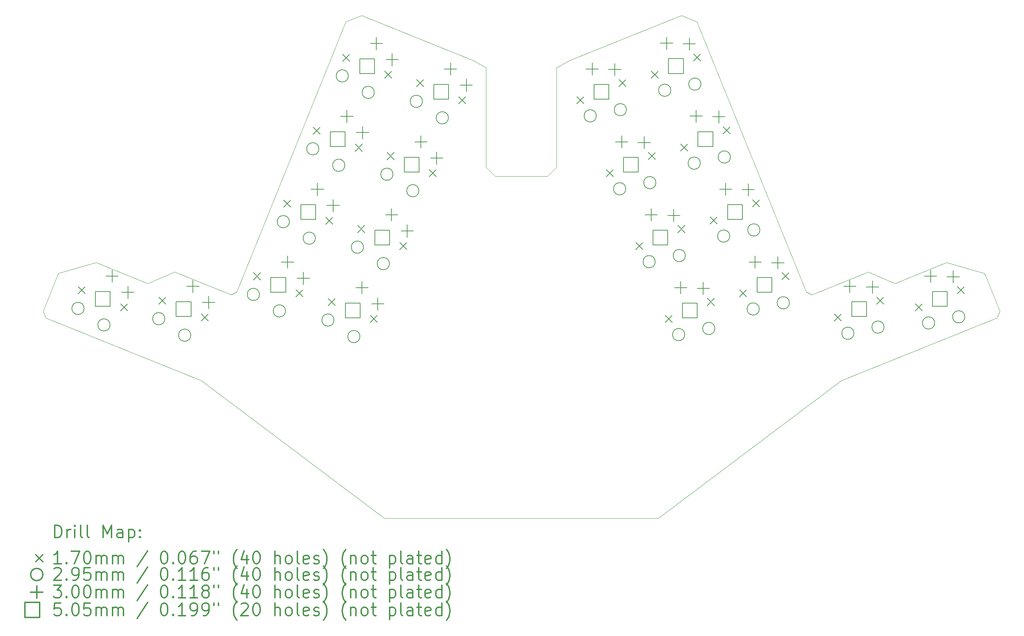
<source format=gbr>
%FSLAX45Y45*%
G04 Gerber Fmt 4.5, Leading zero omitted, Abs format (unit mm)*
G04 Created by KiCad (PCBNEW (5.1.4)-1) date 2023-10-04 20:41:29*
%MOMM*%
%LPD*%
G04 APERTURE LIST*
%ADD10C,0.050000*%
%ADD11C,0.200000*%
%ADD12C,0.300000*%
G04 APERTURE END LIST*
D10*
X-33140673Y-22095000D02*
X-33140673Y-24495000D01*
X-42556485Y-26803312D02*
X-43469145Y-27060124D01*
X-23917510Y-27028996D02*
X-23266615Y-27305285D01*
X-41314059Y-27305285D02*
X-42556485Y-26803312D01*
X-23266615Y-27305285D02*
X-22024188Y-26803312D01*
X-21111529Y-27060124D02*
X-21081560Y-27134299D01*
X-20806977Y-28134251D02*
X-24562072Y-29651408D01*
X-39300203Y-27579668D02*
X-40663163Y-27028996D01*
X-24562072Y-29651408D02*
X-28986818Y-32981426D01*
X-20740668Y-27978036D02*
X-20806977Y-28134251D01*
X-43469145Y-27060124D02*
X-43499113Y-27134299D01*
X-36151528Y-20827517D02*
X-36529048Y-20987764D01*
X-28051626Y-20987764D02*
X-25414395Y-27515139D01*
X-22024188Y-26803312D02*
X-21111529Y-27060124D01*
X-31440000Y-22095000D02*
X-31440000Y-24495000D01*
X-28429145Y-20827517D02*
X-28051626Y-20987764D01*
X-43840005Y-27978036D02*
X-43773696Y-28134251D01*
X-35593855Y-32981426D02*
X-28986818Y-32981426D01*
X-40018601Y-29651408D02*
X-35593855Y-32981426D01*
X-43499113Y-27134299D02*
X-43840005Y-27978036D01*
X-36529048Y-20987764D02*
X-39166278Y-27515139D01*
X-21081560Y-27134299D02*
X-20740668Y-27978036D01*
X-25280470Y-27579668D02*
X-23917510Y-27028996D01*
X-39300203Y-27579668D02*
X-39166278Y-27515139D01*
X-25280470Y-27579668D02*
X-25414395Y-27515139D01*
X-40663163Y-27028996D02*
X-41314059Y-27305285D01*
X-43773696Y-28134251D02*
X-40018601Y-29651408D01*
X-36151528Y-20827517D02*
X-33460673Y-21915000D01*
X-28429145Y-20827517D02*
X-31120000Y-21915000D01*
X-31440000Y-22095000D02*
X-31120000Y-21915000D01*
X-33140673Y-22095000D02*
X-33460673Y-21915000D01*
X-33140673Y-24495000D02*
X-32921000Y-24715000D01*
X-31440000Y-24495000D02*
X-31660000Y-24715000D01*
X-32921000Y-24715000D02*
X-31660000Y-24715000D01*
D11*
X-42988921Y-27387804D02*
X-42818741Y-27557984D01*
X-42818741Y-27387804D02*
X-42988921Y-27557984D01*
X-41969018Y-27799871D02*
X-41798838Y-27970051D01*
X-41798838Y-27799871D02*
X-41969018Y-27970051D01*
X-27017910Y-27461123D02*
X-26847730Y-27631303D01*
X-26847730Y-27461123D02*
X-27017910Y-27631303D01*
X-25998008Y-27049056D02*
X-25827828Y-27219236D01*
X-25827828Y-27049056D02*
X-25998008Y-27219236D01*
X-35531254Y-24145395D02*
X-35361074Y-24315575D01*
X-35361074Y-24145395D02*
X-35531254Y-24315575D01*
X-34511352Y-24557463D02*
X-34341172Y-24727643D01*
X-34341172Y-24557463D02*
X-34511352Y-24727643D01*
X-36608413Y-21768833D02*
X-36438233Y-21939013D01*
X-36438233Y-21768833D02*
X-36608413Y-21939013D01*
X-35588510Y-22180900D02*
X-35418330Y-22351080D01*
X-35418330Y-22180900D02*
X-35588510Y-22351080D01*
X-37320165Y-23530482D02*
X-37149985Y-23700662D01*
X-37149985Y-23530482D02*
X-37320165Y-23700662D01*
X-36300263Y-23942549D02*
X-36130083Y-24112729D01*
X-36130083Y-23942549D02*
X-36300263Y-24112729D01*
X-29528773Y-26318508D02*
X-29358593Y-26488688D01*
X-29358593Y-26318508D02*
X-29528773Y-26488688D01*
X-28508871Y-25906441D02*
X-28338691Y-26076621D01*
X-28338691Y-25906441D02*
X-28508871Y-26076621D01*
X-38753869Y-27049660D02*
X-38583689Y-27219840D01*
X-38583689Y-27049660D02*
X-38753869Y-27219840D01*
X-37733967Y-27461727D02*
X-37563787Y-27631907D01*
X-37563787Y-27461727D02*
X-37733967Y-27631907D01*
X-38031918Y-25292131D02*
X-37861738Y-25462311D01*
X-37861738Y-25292131D02*
X-38031918Y-25462311D01*
X-37012015Y-25704198D02*
X-36841835Y-25874378D01*
X-36841835Y-25704198D02*
X-37012015Y-25874378D01*
X-29153168Y-22176176D02*
X-28982988Y-22346356D01*
X-28982988Y-22176176D02*
X-29153168Y-22346356D01*
X-28133266Y-21764108D02*
X-27963086Y-21934288D01*
X-27963086Y-21764108D02*
X-28133266Y-21934288D01*
X-30240525Y-24556859D02*
X-30070345Y-24727039D01*
X-30070345Y-24556859D02*
X-30240525Y-24727039D01*
X-29220623Y-24144792D02*
X-29050443Y-24314972D01*
X-29050443Y-24144792D02*
X-29220623Y-24314972D01*
X-24731812Y-28047428D02*
X-24561632Y-28217608D01*
X-24561632Y-28047428D02*
X-24731812Y-28217608D01*
X-23711909Y-27635361D02*
X-23541729Y-27805541D01*
X-23541729Y-27635361D02*
X-23711909Y-27805541D01*
X-36243007Y-25907045D02*
X-36072827Y-26077225D01*
X-36072827Y-25907045D02*
X-36243007Y-26077225D01*
X-35223105Y-26319112D02*
X-35052925Y-26489292D01*
X-35052925Y-26319112D02*
X-35223105Y-26489292D01*
X-28441415Y-23937825D02*
X-28271235Y-24108005D01*
X-28271235Y-23937825D02*
X-28441415Y-24108005D01*
X-27421513Y-23525758D02*
X-27251333Y-23695938D01*
X-27251333Y-23525758D02*
X-27421513Y-23695938D01*
X-30952278Y-22795210D02*
X-30782098Y-22965390D01*
X-30782098Y-22795210D02*
X-30952278Y-22965390D01*
X-29932376Y-22383142D02*
X-29762196Y-22553322D01*
X-29762196Y-22383142D02*
X-29932376Y-22553322D01*
X-22782859Y-27799268D02*
X-22612679Y-27969448D01*
X-22612679Y-27799268D02*
X-22782859Y-27969448D01*
X-21762957Y-27387200D02*
X-21592777Y-27557380D01*
X-21592777Y-27387200D02*
X-21762957Y-27557380D01*
X-36954759Y-27668694D02*
X-36784579Y-27838874D01*
X-36784579Y-27668694D02*
X-36954759Y-27838874D01*
X-35934857Y-28080761D02*
X-35764677Y-28250941D01*
X-35764677Y-28080761D02*
X-35934857Y-28250941D01*
X-41039968Y-27635965D02*
X-40869788Y-27806145D01*
X-40869788Y-27635965D02*
X-41039968Y-27806145D01*
X-40020066Y-28048032D02*
X-39849886Y-28218212D01*
X-39849886Y-28048032D02*
X-40020066Y-28218212D01*
X-27729663Y-25699474D02*
X-27559483Y-25869654D01*
X-27559483Y-25699474D02*
X-27729663Y-25869654D01*
X-26709761Y-25287407D02*
X-26539581Y-25457587D01*
X-26539581Y-25287407D02*
X-26709761Y-25457587D01*
X-28817020Y-28080158D02*
X-28646840Y-28250338D01*
X-28646840Y-28080158D02*
X-28817020Y-28250338D01*
X-27797118Y-27668090D02*
X-27626938Y-27838270D01*
X-27626938Y-27668090D02*
X-27797118Y-27838270D01*
X-34819502Y-22383746D02*
X-34649322Y-22553926D01*
X-34649322Y-22383746D02*
X-34819502Y-22553926D01*
X-33799600Y-22795813D02*
X-33629420Y-22965993D01*
X-33629420Y-22795813D02*
X-33799600Y-22965993D01*
X-26546319Y-27924206D02*
G75*
G03X-26546319Y-27924206I-147500J0D01*
G01*
X-25818902Y-27775913D02*
G75*
G03X-25818902Y-27775913I-147500J0D01*
G01*
X-35389317Y-24668415D02*
G75*
G03X-35389317Y-24668415I-147500J0D01*
G01*
X-34763044Y-25067047D02*
G75*
G03X-34763044Y-25067047I-147500J0D01*
G01*
X-36466475Y-22291852D02*
G75*
G03X-36466475Y-22291852I-147500J0D01*
G01*
X-35840203Y-22690485D02*
G75*
G03X-35840203Y-22690485I-147500J0D01*
G01*
X-37178227Y-24053501D02*
G75*
G03X-37178227Y-24053501I-147500J0D01*
G01*
X-36551955Y-24452134D02*
G75*
G03X-36551955Y-24452134I-147500J0D01*
G01*
X-29057181Y-26781591D02*
G75*
G03X-29057181Y-26781591I-147500J0D01*
G01*
X-28329765Y-26633298D02*
G75*
G03X-28329765Y-26633298I-147500J0D01*
G01*
X-38611932Y-27572679D02*
G75*
G03X-38611932Y-27572679I-147500J0D01*
G01*
X-37985659Y-27971312D02*
G75*
G03X-37985659Y-27971312I-147500J0D01*
G01*
X-37889980Y-25815151D02*
G75*
G03X-37889980Y-25815151I-147500J0D01*
G01*
X-37263708Y-26213783D02*
G75*
G03X-37263708Y-26213783I-147500J0D01*
G01*
X-28681576Y-22639258D02*
G75*
G03X-28681576Y-22639258I-147500J0D01*
G01*
X-27954160Y-22490965D02*
G75*
G03X-27954160Y-22490965I-147500J0D01*
G01*
X-29768934Y-25019941D02*
G75*
G03X-29768934Y-25019941I-147500J0D01*
G01*
X-29041518Y-24871648D02*
G75*
G03X-29041518Y-24871648I-147500J0D01*
G01*
X-24260220Y-28510511D02*
G75*
G03X-24260220Y-28510511I-147500J0D01*
G01*
X-23532804Y-28362218D02*
G75*
G03X-23532804Y-28362218I-147500J0D01*
G01*
X-36101069Y-26430064D02*
G75*
G03X-36101069Y-26430064I-147500J0D01*
G01*
X-35474797Y-26828697D02*
G75*
G03X-35474797Y-26828697I-147500J0D01*
G01*
X-27969824Y-24400907D02*
G75*
G03X-27969824Y-24400907I-147500J0D01*
G01*
X-27242408Y-24252614D02*
G75*
G03X-27242408Y-24252614I-147500J0D01*
G01*
X-30480686Y-23258292D02*
G75*
G03X-30480686Y-23258292I-147500J0D01*
G01*
X-29753270Y-23109999D02*
G75*
G03X-29753270Y-23109999I-147500J0D01*
G01*
X-22311268Y-28262350D02*
G75*
G03X-22311268Y-28262350I-147500J0D01*
G01*
X-21583851Y-28114057D02*
G75*
G03X-21583851Y-28114057I-147500J0D01*
G01*
X-36812822Y-28191713D02*
G75*
G03X-36812822Y-28191713I-147500J0D01*
G01*
X-36186549Y-28590346D02*
G75*
G03X-36186549Y-28590346I-147500J0D01*
G01*
X-40898030Y-28158984D02*
G75*
G03X-40898030Y-28158984I-147500J0D01*
G01*
X-40271758Y-28557617D02*
G75*
G03X-40271758Y-28557617I-147500J0D01*
G01*
X-27258071Y-26162556D02*
G75*
G03X-27258071Y-26162556I-147500J0D01*
G01*
X-26530655Y-26014263D02*
G75*
G03X-26530655Y-26014263I-147500J0D01*
G01*
X-28345429Y-28543240D02*
G75*
G03X-28345429Y-28543240I-147500J0D01*
G01*
X-27618012Y-28394947D02*
G75*
G03X-27618012Y-28394947I-147500J0D01*
G01*
X-34677564Y-22906765D02*
G75*
G03X-34677564Y-22906765I-147500J0D01*
G01*
X-34051292Y-23305398D02*
G75*
G03X-34051292Y-23305398I-147500J0D01*
G01*
X-42846983Y-27910823D02*
G75*
G03X-42846983Y-27910823I-147500J0D01*
G01*
X-42220710Y-28309456D02*
G75*
G03X-42220710Y-28309456I-147500J0D01*
G01*
X-37213986Y-24881580D02*
X-37213986Y-25181580D01*
X-37363986Y-25031580D02*
X-37063986Y-25031580D01*
X-36832807Y-25272864D02*
X-36832807Y-25572864D01*
X-36982807Y-25422864D02*
X-36682807Y-25422864D01*
X-28781018Y-21353558D02*
X-28781018Y-21653558D01*
X-28931018Y-21503558D02*
X-28631018Y-21503558D01*
X-28235012Y-21370235D02*
X-28235012Y-21670235D01*
X-28385012Y-21520235D02*
X-28085012Y-21520235D01*
X-29868375Y-23734241D02*
X-29868375Y-24034241D01*
X-30018375Y-23884241D02*
X-29718375Y-23884241D01*
X-29322370Y-23750918D02*
X-29322370Y-24050918D01*
X-29472370Y-23900918D02*
X-29172370Y-23900918D01*
X-24359661Y-27224810D02*
X-24359661Y-27524810D01*
X-24509661Y-27374810D02*
X-24209661Y-27374810D01*
X-23813656Y-27241487D02*
X-23813656Y-27541487D01*
X-23963656Y-27391487D02*
X-23663656Y-27391487D01*
X-35425075Y-25496494D02*
X-35425075Y-25796494D01*
X-35575075Y-25646494D02*
X-35275075Y-25646494D01*
X-35043896Y-25887778D02*
X-35043896Y-26187778D01*
X-35193896Y-26037778D02*
X-34893896Y-26037778D01*
X-28069265Y-23115207D02*
X-28069265Y-23415207D01*
X-28219265Y-23265207D02*
X-27919265Y-23265207D01*
X-27523260Y-23131884D02*
X-27523260Y-23431884D01*
X-27673260Y-23281884D02*
X-27373260Y-23281884D01*
X-30580128Y-21972592D02*
X-30580128Y-22272592D01*
X-30730128Y-22122592D02*
X-30430128Y-22122592D01*
X-30034122Y-21989269D02*
X-30034122Y-22289269D01*
X-30184122Y-22139269D02*
X-29884122Y-22139269D01*
X-22410709Y-26976650D02*
X-22410709Y-27276650D01*
X-22560709Y-27126650D02*
X-22260709Y-27126650D01*
X-21864704Y-26993327D02*
X-21864704Y-27293327D01*
X-22014704Y-27143327D02*
X-21714704Y-27143327D01*
X-36136827Y-27258143D02*
X-36136827Y-27558143D01*
X-36286827Y-27408143D02*
X-35986827Y-27408143D01*
X-35755649Y-27649427D02*
X-35755649Y-27949427D01*
X-35905649Y-27799427D02*
X-35605649Y-27799427D01*
X-40222036Y-27225414D02*
X-40222036Y-27525414D01*
X-40372036Y-27375414D02*
X-40072036Y-27375414D01*
X-39840857Y-27616698D02*
X-39840857Y-27916698D01*
X-39990857Y-27766698D02*
X-39690857Y-27766698D01*
X-27357513Y-24876856D02*
X-27357513Y-25176856D01*
X-27507513Y-25026856D02*
X-27207513Y-25026856D01*
X-26811507Y-24893533D02*
X-26811507Y-25193533D01*
X-26961507Y-25043533D02*
X-26661507Y-25043533D01*
X-28444870Y-27257540D02*
X-28444870Y-27557540D01*
X-28594870Y-27407540D02*
X-28294870Y-27407540D01*
X-27898865Y-27274217D02*
X-27898865Y-27574217D01*
X-28048865Y-27424217D02*
X-27748865Y-27424217D01*
X-34001570Y-21973195D02*
X-34001570Y-22273195D01*
X-34151570Y-22123195D02*
X-33851570Y-22123195D01*
X-33620391Y-22364479D02*
X-33620391Y-22664479D01*
X-33770391Y-22514479D02*
X-33470391Y-22514479D01*
X-42170989Y-26977253D02*
X-42170989Y-27277253D01*
X-42320989Y-27127253D02*
X-42020989Y-27127253D01*
X-41789810Y-27368537D02*
X-41789810Y-27668537D01*
X-41939810Y-27518537D02*
X-41639810Y-27518537D01*
X-26645760Y-26638505D02*
X-26645760Y-26938505D01*
X-26795760Y-26788505D02*
X-26495760Y-26788505D01*
X-26099755Y-26655183D02*
X-26099755Y-26955183D01*
X-26249755Y-26805183D02*
X-25949755Y-26805183D01*
X-34713322Y-23734845D02*
X-34713322Y-24034845D01*
X-34863322Y-23884845D02*
X-34563322Y-23884845D01*
X-34332144Y-24126128D02*
X-34332144Y-24426128D01*
X-34482144Y-24276128D02*
X-34182144Y-24276128D01*
X-35790481Y-21358282D02*
X-35790481Y-21658282D01*
X-35940481Y-21508282D02*
X-35640481Y-21508282D01*
X-35409302Y-21749566D02*
X-35409302Y-22049566D01*
X-35559302Y-21899566D02*
X-35259302Y-21899566D01*
X-36502233Y-23119931D02*
X-36502233Y-23419931D01*
X-36652233Y-23269931D02*
X-36352233Y-23269931D01*
X-36121055Y-23511215D02*
X-36121055Y-23811215D01*
X-36271055Y-23661215D02*
X-35971055Y-23661215D01*
X-29156623Y-25495890D02*
X-29156623Y-25795890D01*
X-29306623Y-25645890D02*
X-29006623Y-25645890D01*
X-28610617Y-25512567D02*
X-28610617Y-25812567D01*
X-28760617Y-25662567D02*
X-28460617Y-25662567D01*
X-37935937Y-26639109D02*
X-37935937Y-26939109D01*
X-38085937Y-26789109D02*
X-37785937Y-26789109D01*
X-37554759Y-27030393D02*
X-37554759Y-27330393D01*
X-37704759Y-27180393D02*
X-37404759Y-27180393D01*
X-30178690Y-22852812D02*
X-30178690Y-22495720D01*
X-30535783Y-22495720D01*
X-30535783Y-22852812D01*
X-30178690Y-22852812D01*
X-22009272Y-27856870D02*
X-22009272Y-27499778D01*
X-22366364Y-27499778D01*
X-22366364Y-27856870D01*
X-22009272Y-27856870D01*
X-36181172Y-28138364D02*
X-36181172Y-27781271D01*
X-36538264Y-27781271D01*
X-36538264Y-28138364D01*
X-36181172Y-28138364D01*
X-40266381Y-28105634D02*
X-40266381Y-27748542D01*
X-40623473Y-27748542D01*
X-40623473Y-28105634D01*
X-40266381Y-28105634D01*
X-26956075Y-25757077D02*
X-26956075Y-25399984D01*
X-27313168Y-25399984D01*
X-27313168Y-25757077D01*
X-26956075Y-25757077D01*
X-28043433Y-28137760D02*
X-28043433Y-27780668D01*
X-28400525Y-27780668D01*
X-28400525Y-28137760D01*
X-28043433Y-28137760D01*
X-34045914Y-22853416D02*
X-34045914Y-22496323D01*
X-34403007Y-22496323D01*
X-34403007Y-22853416D01*
X-34045914Y-22853416D01*
X-42215333Y-27857474D02*
X-42215333Y-27500381D01*
X-42572426Y-27500381D01*
X-42572426Y-27857474D01*
X-42215333Y-27857474D01*
X-26244323Y-27518726D02*
X-26244323Y-27161634D01*
X-26601415Y-27161634D01*
X-26601415Y-27518726D01*
X-26244323Y-27518726D01*
X-34757667Y-24615065D02*
X-34757667Y-24257973D01*
X-35114759Y-24257973D01*
X-35114759Y-24615065D01*
X-34757667Y-24615065D01*
X-35834825Y-22238502D02*
X-35834825Y-21881410D01*
X-36191918Y-21881410D01*
X-36191918Y-22238502D01*
X-35834825Y-22238502D01*
X-36546578Y-24000152D02*
X-36546578Y-23643059D01*
X-36903670Y-23643059D01*
X-36903670Y-24000152D01*
X-36546578Y-24000152D01*
X-28755185Y-26376111D02*
X-28755185Y-26019018D01*
X-29112278Y-26019018D01*
X-29112278Y-26376111D01*
X-28755185Y-26376111D01*
X-37980282Y-27519330D02*
X-37980282Y-27162237D01*
X-38337374Y-27162237D01*
X-38337374Y-27519330D01*
X-37980282Y-27519330D01*
X-37258330Y-25761801D02*
X-37258330Y-25404709D01*
X-37615423Y-25404709D01*
X-37615423Y-25761801D01*
X-37258330Y-25761801D01*
X-28379580Y-22233778D02*
X-28379580Y-21876686D01*
X-28736673Y-21876686D01*
X-28736673Y-22233778D01*
X-28379580Y-22233778D01*
X-29466938Y-24614461D02*
X-29466938Y-24257369D01*
X-29824030Y-24257369D01*
X-29824030Y-24614461D01*
X-29466938Y-24614461D01*
X-23958224Y-28105031D02*
X-23958224Y-27747938D01*
X-24315317Y-27747938D01*
X-24315317Y-28105031D01*
X-23958224Y-28105031D01*
X-35469420Y-26376714D02*
X-35469420Y-26019622D01*
X-35826512Y-26019622D01*
X-35826512Y-26376714D01*
X-35469420Y-26376714D01*
X-27667828Y-23995427D02*
X-27667828Y-23638335D01*
X-28024920Y-23638335D01*
X-28024920Y-23995427D01*
X-27667828Y-23995427D01*
D12*
X-43556077Y-33449640D02*
X-43556077Y-33149640D01*
X-43484648Y-33149640D01*
X-43441791Y-33163926D01*
X-43413220Y-33192497D01*
X-43398934Y-33221069D01*
X-43384648Y-33278212D01*
X-43384648Y-33321069D01*
X-43398934Y-33378212D01*
X-43413220Y-33406783D01*
X-43441791Y-33435354D01*
X-43484648Y-33449640D01*
X-43556077Y-33449640D01*
X-43256077Y-33449640D02*
X-43256077Y-33249640D01*
X-43256077Y-33306783D02*
X-43241791Y-33278212D01*
X-43227505Y-33263926D01*
X-43198934Y-33249640D01*
X-43170362Y-33249640D01*
X-43070362Y-33449640D02*
X-43070362Y-33249640D01*
X-43070362Y-33149640D02*
X-43084648Y-33163926D01*
X-43070362Y-33178212D01*
X-43056077Y-33163926D01*
X-43070362Y-33149640D01*
X-43070362Y-33178212D01*
X-42884648Y-33449640D02*
X-42913220Y-33435354D01*
X-42927505Y-33406783D01*
X-42927505Y-33149640D01*
X-42727505Y-33449640D02*
X-42756077Y-33435354D01*
X-42770362Y-33406783D01*
X-42770362Y-33149640D01*
X-42384648Y-33449640D02*
X-42384648Y-33149640D01*
X-42284648Y-33363926D01*
X-42184648Y-33149640D01*
X-42184648Y-33449640D01*
X-41913220Y-33449640D02*
X-41913220Y-33292497D01*
X-41927505Y-33263926D01*
X-41956077Y-33249640D01*
X-42013220Y-33249640D01*
X-42041791Y-33263926D01*
X-41913220Y-33435354D02*
X-41941791Y-33449640D01*
X-42013220Y-33449640D01*
X-42041791Y-33435354D01*
X-42056077Y-33406783D01*
X-42056077Y-33378212D01*
X-42041791Y-33349640D01*
X-42013220Y-33335354D01*
X-41941791Y-33335354D01*
X-41913220Y-33321069D01*
X-41770362Y-33249640D02*
X-41770362Y-33549640D01*
X-41770362Y-33263926D02*
X-41741791Y-33249640D01*
X-41684648Y-33249640D01*
X-41656077Y-33263926D01*
X-41641791Y-33278212D01*
X-41627505Y-33306783D01*
X-41627505Y-33392497D01*
X-41641791Y-33421069D01*
X-41656077Y-33435354D01*
X-41684648Y-33449640D01*
X-41741791Y-33449640D01*
X-41770362Y-33435354D01*
X-41498934Y-33421069D02*
X-41484648Y-33435354D01*
X-41498934Y-33449640D01*
X-41513220Y-33435354D01*
X-41498934Y-33421069D01*
X-41498934Y-33449640D01*
X-41498934Y-33263926D02*
X-41484648Y-33278212D01*
X-41498934Y-33292497D01*
X-41513220Y-33278212D01*
X-41498934Y-33263926D01*
X-41498934Y-33292497D01*
X-44012685Y-33858836D02*
X-43842505Y-34029016D01*
X-43842505Y-33858836D02*
X-44012685Y-34029016D01*
X-43398934Y-34079640D02*
X-43570362Y-34079640D01*
X-43484648Y-34079640D02*
X-43484648Y-33779640D01*
X-43513220Y-33822497D01*
X-43541791Y-33851069D01*
X-43570362Y-33865354D01*
X-43270362Y-34051069D02*
X-43256077Y-34065354D01*
X-43270362Y-34079640D01*
X-43284648Y-34065354D01*
X-43270362Y-34051069D01*
X-43270362Y-34079640D01*
X-43156077Y-33779640D02*
X-42956077Y-33779640D01*
X-43084648Y-34079640D01*
X-42784648Y-33779640D02*
X-42756077Y-33779640D01*
X-42727505Y-33793926D01*
X-42713220Y-33808212D01*
X-42698934Y-33836783D01*
X-42684648Y-33893926D01*
X-42684648Y-33965354D01*
X-42698934Y-34022497D01*
X-42713220Y-34051069D01*
X-42727505Y-34065354D01*
X-42756077Y-34079640D01*
X-42784648Y-34079640D01*
X-42813220Y-34065354D01*
X-42827505Y-34051069D01*
X-42841791Y-34022497D01*
X-42856077Y-33965354D01*
X-42856077Y-33893926D01*
X-42841791Y-33836783D01*
X-42827505Y-33808212D01*
X-42813220Y-33793926D01*
X-42784648Y-33779640D01*
X-42556077Y-34079640D02*
X-42556077Y-33879640D01*
X-42556077Y-33908212D02*
X-42541791Y-33893926D01*
X-42513220Y-33879640D01*
X-42470362Y-33879640D01*
X-42441791Y-33893926D01*
X-42427505Y-33922497D01*
X-42427505Y-34079640D01*
X-42427505Y-33922497D02*
X-42413220Y-33893926D01*
X-42384648Y-33879640D01*
X-42341791Y-33879640D01*
X-42313220Y-33893926D01*
X-42298934Y-33922497D01*
X-42298934Y-34079640D01*
X-42156077Y-34079640D02*
X-42156077Y-33879640D01*
X-42156077Y-33908212D02*
X-42141791Y-33893926D01*
X-42113220Y-33879640D01*
X-42070362Y-33879640D01*
X-42041791Y-33893926D01*
X-42027505Y-33922497D01*
X-42027505Y-34079640D01*
X-42027505Y-33922497D02*
X-42013220Y-33893926D01*
X-41984648Y-33879640D01*
X-41941791Y-33879640D01*
X-41913220Y-33893926D01*
X-41898934Y-33922497D01*
X-41898934Y-34079640D01*
X-41313220Y-33765354D02*
X-41570362Y-34151069D01*
X-40927505Y-33779640D02*
X-40898934Y-33779640D01*
X-40870362Y-33793926D01*
X-40856077Y-33808212D01*
X-40841791Y-33836783D01*
X-40827505Y-33893926D01*
X-40827505Y-33965354D01*
X-40841791Y-34022497D01*
X-40856077Y-34051069D01*
X-40870362Y-34065354D01*
X-40898934Y-34079640D01*
X-40927505Y-34079640D01*
X-40956077Y-34065354D01*
X-40970362Y-34051069D01*
X-40984648Y-34022497D01*
X-40998934Y-33965354D01*
X-40998934Y-33893926D01*
X-40984648Y-33836783D01*
X-40970362Y-33808212D01*
X-40956077Y-33793926D01*
X-40927505Y-33779640D01*
X-40698934Y-34051069D02*
X-40684648Y-34065354D01*
X-40698934Y-34079640D01*
X-40713220Y-34065354D01*
X-40698934Y-34051069D01*
X-40698934Y-34079640D01*
X-40498934Y-33779640D02*
X-40470362Y-33779640D01*
X-40441791Y-33793926D01*
X-40427505Y-33808212D01*
X-40413220Y-33836783D01*
X-40398934Y-33893926D01*
X-40398934Y-33965354D01*
X-40413220Y-34022497D01*
X-40427505Y-34051069D01*
X-40441791Y-34065354D01*
X-40470362Y-34079640D01*
X-40498934Y-34079640D01*
X-40527505Y-34065354D01*
X-40541791Y-34051069D01*
X-40556077Y-34022497D01*
X-40570362Y-33965354D01*
X-40570362Y-33893926D01*
X-40556077Y-33836783D01*
X-40541791Y-33808212D01*
X-40527505Y-33793926D01*
X-40498934Y-33779640D01*
X-40141791Y-33779640D02*
X-40198934Y-33779640D01*
X-40227505Y-33793926D01*
X-40241791Y-33808212D01*
X-40270362Y-33851069D01*
X-40284648Y-33908212D01*
X-40284648Y-34022497D01*
X-40270362Y-34051069D01*
X-40256077Y-34065354D01*
X-40227505Y-34079640D01*
X-40170362Y-34079640D01*
X-40141791Y-34065354D01*
X-40127505Y-34051069D01*
X-40113220Y-34022497D01*
X-40113220Y-33951069D01*
X-40127505Y-33922497D01*
X-40141791Y-33908212D01*
X-40170362Y-33893926D01*
X-40227505Y-33893926D01*
X-40256077Y-33908212D01*
X-40270362Y-33922497D01*
X-40284648Y-33951069D01*
X-40013220Y-33779640D02*
X-39813220Y-33779640D01*
X-39941791Y-34079640D01*
X-39713220Y-33779640D02*
X-39713220Y-33836783D01*
X-39598934Y-33779640D02*
X-39598934Y-33836783D01*
X-39156077Y-34193926D02*
X-39170362Y-34179640D01*
X-39198934Y-34136783D01*
X-39213220Y-34108212D01*
X-39227505Y-34065354D01*
X-39241791Y-33993926D01*
X-39241791Y-33936783D01*
X-39227505Y-33865354D01*
X-39213220Y-33822497D01*
X-39198934Y-33793926D01*
X-39170362Y-33751069D01*
X-39156077Y-33736783D01*
X-38913220Y-33879640D02*
X-38913220Y-34079640D01*
X-38984648Y-33765354D02*
X-39056077Y-33979640D01*
X-38870362Y-33979640D01*
X-38698934Y-33779640D02*
X-38670362Y-33779640D01*
X-38641791Y-33793926D01*
X-38627505Y-33808212D01*
X-38613220Y-33836783D01*
X-38598934Y-33893926D01*
X-38598934Y-33965354D01*
X-38613220Y-34022497D01*
X-38627505Y-34051069D01*
X-38641791Y-34065354D01*
X-38670362Y-34079640D01*
X-38698934Y-34079640D01*
X-38727505Y-34065354D01*
X-38741791Y-34051069D01*
X-38756077Y-34022497D01*
X-38770362Y-33965354D01*
X-38770362Y-33893926D01*
X-38756077Y-33836783D01*
X-38741791Y-33808212D01*
X-38727505Y-33793926D01*
X-38698934Y-33779640D01*
X-38241791Y-34079640D02*
X-38241791Y-33779640D01*
X-38113220Y-34079640D02*
X-38113220Y-33922497D01*
X-38127505Y-33893926D01*
X-38156077Y-33879640D01*
X-38198934Y-33879640D01*
X-38227505Y-33893926D01*
X-38241791Y-33908212D01*
X-37927505Y-34079640D02*
X-37956077Y-34065354D01*
X-37970362Y-34051069D01*
X-37984648Y-34022497D01*
X-37984648Y-33936783D01*
X-37970362Y-33908212D01*
X-37956077Y-33893926D01*
X-37927505Y-33879640D01*
X-37884648Y-33879640D01*
X-37856077Y-33893926D01*
X-37841791Y-33908212D01*
X-37827505Y-33936783D01*
X-37827505Y-34022497D01*
X-37841791Y-34051069D01*
X-37856077Y-34065354D01*
X-37884648Y-34079640D01*
X-37927505Y-34079640D01*
X-37656077Y-34079640D02*
X-37684648Y-34065354D01*
X-37698934Y-34036783D01*
X-37698934Y-33779640D01*
X-37427505Y-34065354D02*
X-37456077Y-34079640D01*
X-37513220Y-34079640D01*
X-37541791Y-34065354D01*
X-37556077Y-34036783D01*
X-37556077Y-33922497D01*
X-37541791Y-33893926D01*
X-37513220Y-33879640D01*
X-37456077Y-33879640D01*
X-37427505Y-33893926D01*
X-37413220Y-33922497D01*
X-37413220Y-33951069D01*
X-37556077Y-33979640D01*
X-37298934Y-34065354D02*
X-37270362Y-34079640D01*
X-37213220Y-34079640D01*
X-37184648Y-34065354D01*
X-37170362Y-34036783D01*
X-37170362Y-34022497D01*
X-37184648Y-33993926D01*
X-37213220Y-33979640D01*
X-37256077Y-33979640D01*
X-37284648Y-33965354D01*
X-37298934Y-33936783D01*
X-37298934Y-33922497D01*
X-37284648Y-33893926D01*
X-37256077Y-33879640D01*
X-37213220Y-33879640D01*
X-37184648Y-33893926D01*
X-37070362Y-34193926D02*
X-37056077Y-34179640D01*
X-37027505Y-34136783D01*
X-37013220Y-34108212D01*
X-36998934Y-34065354D01*
X-36984648Y-33993926D01*
X-36984648Y-33936783D01*
X-36998934Y-33865354D01*
X-37013220Y-33822497D01*
X-37027505Y-33793926D01*
X-37056077Y-33751069D01*
X-37070362Y-33736783D01*
X-36527505Y-34193926D02*
X-36541791Y-34179640D01*
X-36570362Y-34136783D01*
X-36584648Y-34108212D01*
X-36598934Y-34065354D01*
X-36613220Y-33993926D01*
X-36613220Y-33936783D01*
X-36598934Y-33865354D01*
X-36584648Y-33822497D01*
X-36570362Y-33793926D01*
X-36541791Y-33751069D01*
X-36527505Y-33736783D01*
X-36413220Y-33879640D02*
X-36413220Y-34079640D01*
X-36413220Y-33908212D02*
X-36398934Y-33893926D01*
X-36370362Y-33879640D01*
X-36327505Y-33879640D01*
X-36298934Y-33893926D01*
X-36284648Y-33922497D01*
X-36284648Y-34079640D01*
X-36098934Y-34079640D02*
X-36127505Y-34065354D01*
X-36141791Y-34051069D01*
X-36156077Y-34022497D01*
X-36156077Y-33936783D01*
X-36141791Y-33908212D01*
X-36127505Y-33893926D01*
X-36098934Y-33879640D01*
X-36056077Y-33879640D01*
X-36027505Y-33893926D01*
X-36013220Y-33908212D01*
X-35998934Y-33936783D01*
X-35998934Y-34022497D01*
X-36013220Y-34051069D01*
X-36027505Y-34065354D01*
X-36056077Y-34079640D01*
X-36098934Y-34079640D01*
X-35913220Y-33879640D02*
X-35798934Y-33879640D01*
X-35870362Y-33779640D02*
X-35870362Y-34036783D01*
X-35856077Y-34065354D01*
X-35827505Y-34079640D01*
X-35798934Y-34079640D01*
X-35470362Y-33879640D02*
X-35470362Y-34179640D01*
X-35470362Y-33893926D02*
X-35441791Y-33879640D01*
X-35384648Y-33879640D01*
X-35356077Y-33893926D01*
X-35341791Y-33908212D01*
X-35327505Y-33936783D01*
X-35327505Y-34022497D01*
X-35341791Y-34051069D01*
X-35356077Y-34065354D01*
X-35384648Y-34079640D01*
X-35441791Y-34079640D01*
X-35470362Y-34065354D01*
X-35156077Y-34079640D02*
X-35184648Y-34065354D01*
X-35198934Y-34036783D01*
X-35198934Y-33779640D01*
X-34913220Y-34079640D02*
X-34913220Y-33922497D01*
X-34927505Y-33893926D01*
X-34956077Y-33879640D01*
X-35013220Y-33879640D01*
X-35041791Y-33893926D01*
X-34913220Y-34065354D02*
X-34941791Y-34079640D01*
X-35013220Y-34079640D01*
X-35041791Y-34065354D01*
X-35056077Y-34036783D01*
X-35056077Y-34008212D01*
X-35041791Y-33979640D01*
X-35013220Y-33965354D01*
X-34941791Y-33965354D01*
X-34913220Y-33951069D01*
X-34813220Y-33879640D02*
X-34698934Y-33879640D01*
X-34770362Y-33779640D02*
X-34770362Y-34036783D01*
X-34756077Y-34065354D01*
X-34727505Y-34079640D01*
X-34698934Y-34079640D01*
X-34484648Y-34065354D02*
X-34513220Y-34079640D01*
X-34570362Y-34079640D01*
X-34598934Y-34065354D01*
X-34613220Y-34036783D01*
X-34613220Y-33922497D01*
X-34598934Y-33893926D01*
X-34570362Y-33879640D01*
X-34513220Y-33879640D01*
X-34484648Y-33893926D01*
X-34470362Y-33922497D01*
X-34470362Y-33951069D01*
X-34613220Y-33979640D01*
X-34213220Y-34079640D02*
X-34213220Y-33779640D01*
X-34213220Y-34065354D02*
X-34241791Y-34079640D01*
X-34298934Y-34079640D01*
X-34327505Y-34065354D01*
X-34341791Y-34051069D01*
X-34356077Y-34022497D01*
X-34356077Y-33936783D01*
X-34341791Y-33908212D01*
X-34327505Y-33893926D01*
X-34298934Y-33879640D01*
X-34241791Y-33879640D01*
X-34213220Y-33893926D01*
X-34098934Y-34193926D02*
X-34084648Y-34179640D01*
X-34056077Y-34136783D01*
X-34041791Y-34108212D01*
X-34027505Y-34065354D01*
X-34013220Y-33993926D01*
X-34013220Y-33936783D01*
X-34027505Y-33865354D01*
X-34041791Y-33822497D01*
X-34056077Y-33793926D01*
X-34084648Y-33751069D01*
X-34098934Y-33736783D01*
X-43842505Y-34339926D02*
G75*
G03X-43842505Y-34339926I-147500J0D01*
G01*
X-43570362Y-34204212D02*
X-43556077Y-34189926D01*
X-43527505Y-34175640D01*
X-43456077Y-34175640D01*
X-43427505Y-34189926D01*
X-43413220Y-34204212D01*
X-43398934Y-34232783D01*
X-43398934Y-34261354D01*
X-43413220Y-34304212D01*
X-43584648Y-34475640D01*
X-43398934Y-34475640D01*
X-43270362Y-34447069D02*
X-43256077Y-34461354D01*
X-43270362Y-34475640D01*
X-43284648Y-34461354D01*
X-43270362Y-34447069D01*
X-43270362Y-34475640D01*
X-43113220Y-34475640D02*
X-43056077Y-34475640D01*
X-43027505Y-34461354D01*
X-43013220Y-34447069D01*
X-42984648Y-34404212D01*
X-42970362Y-34347069D01*
X-42970362Y-34232783D01*
X-42984648Y-34204212D01*
X-42998934Y-34189926D01*
X-43027505Y-34175640D01*
X-43084648Y-34175640D01*
X-43113220Y-34189926D01*
X-43127505Y-34204212D01*
X-43141791Y-34232783D01*
X-43141791Y-34304212D01*
X-43127505Y-34332783D01*
X-43113220Y-34347069D01*
X-43084648Y-34361354D01*
X-43027505Y-34361354D01*
X-42998934Y-34347069D01*
X-42984648Y-34332783D01*
X-42970362Y-34304212D01*
X-42698934Y-34175640D02*
X-42841791Y-34175640D01*
X-42856077Y-34318497D01*
X-42841791Y-34304212D01*
X-42813220Y-34289926D01*
X-42741791Y-34289926D01*
X-42713220Y-34304212D01*
X-42698934Y-34318497D01*
X-42684648Y-34347069D01*
X-42684648Y-34418497D01*
X-42698934Y-34447069D01*
X-42713220Y-34461354D01*
X-42741791Y-34475640D01*
X-42813220Y-34475640D01*
X-42841791Y-34461354D01*
X-42856077Y-34447069D01*
X-42556077Y-34475640D02*
X-42556077Y-34275640D01*
X-42556077Y-34304212D02*
X-42541791Y-34289926D01*
X-42513220Y-34275640D01*
X-42470362Y-34275640D01*
X-42441791Y-34289926D01*
X-42427505Y-34318497D01*
X-42427505Y-34475640D01*
X-42427505Y-34318497D02*
X-42413220Y-34289926D01*
X-42384648Y-34275640D01*
X-42341791Y-34275640D01*
X-42313220Y-34289926D01*
X-42298934Y-34318497D01*
X-42298934Y-34475640D01*
X-42156077Y-34475640D02*
X-42156077Y-34275640D01*
X-42156077Y-34304212D02*
X-42141791Y-34289926D01*
X-42113220Y-34275640D01*
X-42070362Y-34275640D01*
X-42041791Y-34289926D01*
X-42027505Y-34318497D01*
X-42027505Y-34475640D01*
X-42027505Y-34318497D02*
X-42013220Y-34289926D01*
X-41984648Y-34275640D01*
X-41941791Y-34275640D01*
X-41913220Y-34289926D01*
X-41898934Y-34318497D01*
X-41898934Y-34475640D01*
X-41313220Y-34161354D02*
X-41570362Y-34547069D01*
X-40927505Y-34175640D02*
X-40898934Y-34175640D01*
X-40870362Y-34189926D01*
X-40856077Y-34204212D01*
X-40841791Y-34232783D01*
X-40827505Y-34289926D01*
X-40827505Y-34361354D01*
X-40841791Y-34418497D01*
X-40856077Y-34447069D01*
X-40870362Y-34461354D01*
X-40898934Y-34475640D01*
X-40927505Y-34475640D01*
X-40956077Y-34461354D01*
X-40970362Y-34447069D01*
X-40984648Y-34418497D01*
X-40998934Y-34361354D01*
X-40998934Y-34289926D01*
X-40984648Y-34232783D01*
X-40970362Y-34204212D01*
X-40956077Y-34189926D01*
X-40927505Y-34175640D01*
X-40698934Y-34447069D02*
X-40684648Y-34461354D01*
X-40698934Y-34475640D01*
X-40713220Y-34461354D01*
X-40698934Y-34447069D01*
X-40698934Y-34475640D01*
X-40398934Y-34475640D02*
X-40570362Y-34475640D01*
X-40484648Y-34475640D02*
X-40484648Y-34175640D01*
X-40513220Y-34218497D01*
X-40541791Y-34247069D01*
X-40570362Y-34261354D01*
X-40113220Y-34475640D02*
X-40284648Y-34475640D01*
X-40198934Y-34475640D02*
X-40198934Y-34175640D01*
X-40227505Y-34218497D01*
X-40256077Y-34247069D01*
X-40284648Y-34261354D01*
X-39856077Y-34175640D02*
X-39913220Y-34175640D01*
X-39941791Y-34189926D01*
X-39956077Y-34204212D01*
X-39984648Y-34247069D01*
X-39998934Y-34304212D01*
X-39998934Y-34418497D01*
X-39984648Y-34447069D01*
X-39970362Y-34461354D01*
X-39941791Y-34475640D01*
X-39884648Y-34475640D01*
X-39856077Y-34461354D01*
X-39841791Y-34447069D01*
X-39827505Y-34418497D01*
X-39827505Y-34347069D01*
X-39841791Y-34318497D01*
X-39856077Y-34304212D01*
X-39884648Y-34289926D01*
X-39941791Y-34289926D01*
X-39970362Y-34304212D01*
X-39984648Y-34318497D01*
X-39998934Y-34347069D01*
X-39713220Y-34175640D02*
X-39713220Y-34232783D01*
X-39598934Y-34175640D02*
X-39598934Y-34232783D01*
X-39156077Y-34589926D02*
X-39170362Y-34575640D01*
X-39198934Y-34532783D01*
X-39213220Y-34504212D01*
X-39227505Y-34461354D01*
X-39241791Y-34389926D01*
X-39241791Y-34332783D01*
X-39227505Y-34261354D01*
X-39213220Y-34218497D01*
X-39198934Y-34189926D01*
X-39170362Y-34147069D01*
X-39156077Y-34132783D01*
X-38913220Y-34275640D02*
X-38913220Y-34475640D01*
X-38984648Y-34161354D02*
X-39056077Y-34375640D01*
X-38870362Y-34375640D01*
X-38698934Y-34175640D02*
X-38670362Y-34175640D01*
X-38641791Y-34189926D01*
X-38627505Y-34204212D01*
X-38613220Y-34232783D01*
X-38598934Y-34289926D01*
X-38598934Y-34361354D01*
X-38613220Y-34418497D01*
X-38627505Y-34447069D01*
X-38641791Y-34461354D01*
X-38670362Y-34475640D01*
X-38698934Y-34475640D01*
X-38727505Y-34461354D01*
X-38741791Y-34447069D01*
X-38756077Y-34418497D01*
X-38770362Y-34361354D01*
X-38770362Y-34289926D01*
X-38756077Y-34232783D01*
X-38741791Y-34204212D01*
X-38727505Y-34189926D01*
X-38698934Y-34175640D01*
X-38241791Y-34475640D02*
X-38241791Y-34175640D01*
X-38113220Y-34475640D02*
X-38113220Y-34318497D01*
X-38127505Y-34289926D01*
X-38156077Y-34275640D01*
X-38198934Y-34275640D01*
X-38227505Y-34289926D01*
X-38241791Y-34304212D01*
X-37927505Y-34475640D02*
X-37956077Y-34461354D01*
X-37970362Y-34447069D01*
X-37984648Y-34418497D01*
X-37984648Y-34332783D01*
X-37970362Y-34304212D01*
X-37956077Y-34289926D01*
X-37927505Y-34275640D01*
X-37884648Y-34275640D01*
X-37856077Y-34289926D01*
X-37841791Y-34304212D01*
X-37827505Y-34332783D01*
X-37827505Y-34418497D01*
X-37841791Y-34447069D01*
X-37856077Y-34461354D01*
X-37884648Y-34475640D01*
X-37927505Y-34475640D01*
X-37656077Y-34475640D02*
X-37684648Y-34461354D01*
X-37698934Y-34432783D01*
X-37698934Y-34175640D01*
X-37427505Y-34461354D02*
X-37456077Y-34475640D01*
X-37513220Y-34475640D01*
X-37541791Y-34461354D01*
X-37556077Y-34432783D01*
X-37556077Y-34318497D01*
X-37541791Y-34289926D01*
X-37513220Y-34275640D01*
X-37456077Y-34275640D01*
X-37427505Y-34289926D01*
X-37413220Y-34318497D01*
X-37413220Y-34347069D01*
X-37556077Y-34375640D01*
X-37298934Y-34461354D02*
X-37270362Y-34475640D01*
X-37213220Y-34475640D01*
X-37184648Y-34461354D01*
X-37170362Y-34432783D01*
X-37170362Y-34418497D01*
X-37184648Y-34389926D01*
X-37213220Y-34375640D01*
X-37256077Y-34375640D01*
X-37284648Y-34361354D01*
X-37298934Y-34332783D01*
X-37298934Y-34318497D01*
X-37284648Y-34289926D01*
X-37256077Y-34275640D01*
X-37213220Y-34275640D01*
X-37184648Y-34289926D01*
X-37070362Y-34589926D02*
X-37056077Y-34575640D01*
X-37027505Y-34532783D01*
X-37013220Y-34504212D01*
X-36998934Y-34461354D01*
X-36984648Y-34389926D01*
X-36984648Y-34332783D01*
X-36998934Y-34261354D01*
X-37013220Y-34218497D01*
X-37027505Y-34189926D01*
X-37056077Y-34147069D01*
X-37070362Y-34132783D01*
X-36527505Y-34589926D02*
X-36541791Y-34575640D01*
X-36570362Y-34532783D01*
X-36584648Y-34504212D01*
X-36598934Y-34461354D01*
X-36613220Y-34389926D01*
X-36613220Y-34332783D01*
X-36598934Y-34261354D01*
X-36584648Y-34218497D01*
X-36570362Y-34189926D01*
X-36541791Y-34147069D01*
X-36527505Y-34132783D01*
X-36413220Y-34275640D02*
X-36413220Y-34475640D01*
X-36413220Y-34304212D02*
X-36398934Y-34289926D01*
X-36370362Y-34275640D01*
X-36327505Y-34275640D01*
X-36298934Y-34289926D01*
X-36284648Y-34318497D01*
X-36284648Y-34475640D01*
X-36098934Y-34475640D02*
X-36127505Y-34461354D01*
X-36141791Y-34447069D01*
X-36156077Y-34418497D01*
X-36156077Y-34332783D01*
X-36141791Y-34304212D01*
X-36127505Y-34289926D01*
X-36098934Y-34275640D01*
X-36056077Y-34275640D01*
X-36027505Y-34289926D01*
X-36013220Y-34304212D01*
X-35998934Y-34332783D01*
X-35998934Y-34418497D01*
X-36013220Y-34447069D01*
X-36027505Y-34461354D01*
X-36056077Y-34475640D01*
X-36098934Y-34475640D01*
X-35913220Y-34275640D02*
X-35798934Y-34275640D01*
X-35870362Y-34175640D02*
X-35870362Y-34432783D01*
X-35856077Y-34461354D01*
X-35827505Y-34475640D01*
X-35798934Y-34475640D01*
X-35470362Y-34275640D02*
X-35470362Y-34575640D01*
X-35470362Y-34289926D02*
X-35441791Y-34275640D01*
X-35384648Y-34275640D01*
X-35356077Y-34289926D01*
X-35341791Y-34304212D01*
X-35327505Y-34332783D01*
X-35327505Y-34418497D01*
X-35341791Y-34447069D01*
X-35356077Y-34461354D01*
X-35384648Y-34475640D01*
X-35441791Y-34475640D01*
X-35470362Y-34461354D01*
X-35156077Y-34475640D02*
X-35184648Y-34461354D01*
X-35198934Y-34432783D01*
X-35198934Y-34175640D01*
X-34913220Y-34475640D02*
X-34913220Y-34318497D01*
X-34927505Y-34289926D01*
X-34956077Y-34275640D01*
X-35013220Y-34275640D01*
X-35041791Y-34289926D01*
X-34913220Y-34461354D02*
X-34941791Y-34475640D01*
X-35013220Y-34475640D01*
X-35041791Y-34461354D01*
X-35056077Y-34432783D01*
X-35056077Y-34404212D01*
X-35041791Y-34375640D01*
X-35013220Y-34361354D01*
X-34941791Y-34361354D01*
X-34913220Y-34347069D01*
X-34813220Y-34275640D02*
X-34698934Y-34275640D01*
X-34770362Y-34175640D02*
X-34770362Y-34432783D01*
X-34756077Y-34461354D01*
X-34727505Y-34475640D01*
X-34698934Y-34475640D01*
X-34484648Y-34461354D02*
X-34513220Y-34475640D01*
X-34570362Y-34475640D01*
X-34598934Y-34461354D01*
X-34613220Y-34432783D01*
X-34613220Y-34318497D01*
X-34598934Y-34289926D01*
X-34570362Y-34275640D01*
X-34513220Y-34275640D01*
X-34484648Y-34289926D01*
X-34470362Y-34318497D01*
X-34470362Y-34347069D01*
X-34613220Y-34375640D01*
X-34213220Y-34475640D02*
X-34213220Y-34175640D01*
X-34213220Y-34461354D02*
X-34241791Y-34475640D01*
X-34298934Y-34475640D01*
X-34327505Y-34461354D01*
X-34341791Y-34447069D01*
X-34356077Y-34418497D01*
X-34356077Y-34332783D01*
X-34341791Y-34304212D01*
X-34327505Y-34289926D01*
X-34298934Y-34275640D01*
X-34241791Y-34275640D01*
X-34213220Y-34289926D01*
X-34098934Y-34589926D02*
X-34084648Y-34575640D01*
X-34056077Y-34532783D01*
X-34041791Y-34504212D01*
X-34027505Y-34461354D01*
X-34013220Y-34389926D01*
X-34013220Y-34332783D01*
X-34027505Y-34261354D01*
X-34041791Y-34218497D01*
X-34056077Y-34189926D01*
X-34084648Y-34147069D01*
X-34098934Y-34132783D01*
X-43992505Y-34614926D02*
X-43992505Y-34914926D01*
X-44142505Y-34764926D02*
X-43842505Y-34764926D01*
X-43584648Y-34600640D02*
X-43398934Y-34600640D01*
X-43498934Y-34714926D01*
X-43456077Y-34714926D01*
X-43427505Y-34729212D01*
X-43413220Y-34743497D01*
X-43398934Y-34772069D01*
X-43398934Y-34843497D01*
X-43413220Y-34872069D01*
X-43427505Y-34886354D01*
X-43456077Y-34900640D01*
X-43541791Y-34900640D01*
X-43570362Y-34886354D01*
X-43584648Y-34872069D01*
X-43270362Y-34872069D02*
X-43256077Y-34886354D01*
X-43270362Y-34900640D01*
X-43284648Y-34886354D01*
X-43270362Y-34872069D01*
X-43270362Y-34900640D01*
X-43070362Y-34600640D02*
X-43041791Y-34600640D01*
X-43013220Y-34614926D01*
X-42998934Y-34629212D01*
X-42984648Y-34657783D01*
X-42970362Y-34714926D01*
X-42970362Y-34786354D01*
X-42984648Y-34843497D01*
X-42998934Y-34872069D01*
X-43013220Y-34886354D01*
X-43041791Y-34900640D01*
X-43070362Y-34900640D01*
X-43098934Y-34886354D01*
X-43113220Y-34872069D01*
X-43127505Y-34843497D01*
X-43141791Y-34786354D01*
X-43141791Y-34714926D01*
X-43127505Y-34657783D01*
X-43113220Y-34629212D01*
X-43098934Y-34614926D01*
X-43070362Y-34600640D01*
X-42784648Y-34600640D02*
X-42756077Y-34600640D01*
X-42727505Y-34614926D01*
X-42713220Y-34629212D01*
X-42698934Y-34657783D01*
X-42684648Y-34714926D01*
X-42684648Y-34786354D01*
X-42698934Y-34843497D01*
X-42713220Y-34872069D01*
X-42727505Y-34886354D01*
X-42756077Y-34900640D01*
X-42784648Y-34900640D01*
X-42813220Y-34886354D01*
X-42827505Y-34872069D01*
X-42841791Y-34843497D01*
X-42856077Y-34786354D01*
X-42856077Y-34714926D01*
X-42841791Y-34657783D01*
X-42827505Y-34629212D01*
X-42813220Y-34614926D01*
X-42784648Y-34600640D01*
X-42556077Y-34900640D02*
X-42556077Y-34700640D01*
X-42556077Y-34729212D02*
X-42541791Y-34714926D01*
X-42513220Y-34700640D01*
X-42470362Y-34700640D01*
X-42441791Y-34714926D01*
X-42427505Y-34743497D01*
X-42427505Y-34900640D01*
X-42427505Y-34743497D02*
X-42413220Y-34714926D01*
X-42384648Y-34700640D01*
X-42341791Y-34700640D01*
X-42313220Y-34714926D01*
X-42298934Y-34743497D01*
X-42298934Y-34900640D01*
X-42156077Y-34900640D02*
X-42156077Y-34700640D01*
X-42156077Y-34729212D02*
X-42141791Y-34714926D01*
X-42113220Y-34700640D01*
X-42070362Y-34700640D01*
X-42041791Y-34714926D01*
X-42027505Y-34743497D01*
X-42027505Y-34900640D01*
X-42027505Y-34743497D02*
X-42013220Y-34714926D01*
X-41984648Y-34700640D01*
X-41941791Y-34700640D01*
X-41913220Y-34714926D01*
X-41898934Y-34743497D01*
X-41898934Y-34900640D01*
X-41313220Y-34586354D02*
X-41570362Y-34972069D01*
X-40927505Y-34600640D02*
X-40898934Y-34600640D01*
X-40870362Y-34614926D01*
X-40856077Y-34629212D01*
X-40841791Y-34657783D01*
X-40827505Y-34714926D01*
X-40827505Y-34786354D01*
X-40841791Y-34843497D01*
X-40856077Y-34872069D01*
X-40870362Y-34886354D01*
X-40898934Y-34900640D01*
X-40927505Y-34900640D01*
X-40956077Y-34886354D01*
X-40970362Y-34872069D01*
X-40984648Y-34843497D01*
X-40998934Y-34786354D01*
X-40998934Y-34714926D01*
X-40984648Y-34657783D01*
X-40970362Y-34629212D01*
X-40956077Y-34614926D01*
X-40927505Y-34600640D01*
X-40698934Y-34872069D02*
X-40684648Y-34886354D01*
X-40698934Y-34900640D01*
X-40713220Y-34886354D01*
X-40698934Y-34872069D01*
X-40698934Y-34900640D01*
X-40398934Y-34900640D02*
X-40570362Y-34900640D01*
X-40484648Y-34900640D02*
X-40484648Y-34600640D01*
X-40513220Y-34643497D01*
X-40541791Y-34672069D01*
X-40570362Y-34686354D01*
X-40113220Y-34900640D02*
X-40284648Y-34900640D01*
X-40198934Y-34900640D02*
X-40198934Y-34600640D01*
X-40227505Y-34643497D01*
X-40256077Y-34672069D01*
X-40284648Y-34686354D01*
X-39941791Y-34729212D02*
X-39970362Y-34714926D01*
X-39984648Y-34700640D01*
X-39998934Y-34672069D01*
X-39998934Y-34657783D01*
X-39984648Y-34629212D01*
X-39970362Y-34614926D01*
X-39941791Y-34600640D01*
X-39884648Y-34600640D01*
X-39856077Y-34614926D01*
X-39841791Y-34629212D01*
X-39827505Y-34657783D01*
X-39827505Y-34672069D01*
X-39841791Y-34700640D01*
X-39856077Y-34714926D01*
X-39884648Y-34729212D01*
X-39941791Y-34729212D01*
X-39970362Y-34743497D01*
X-39984648Y-34757783D01*
X-39998934Y-34786354D01*
X-39998934Y-34843497D01*
X-39984648Y-34872069D01*
X-39970362Y-34886354D01*
X-39941791Y-34900640D01*
X-39884648Y-34900640D01*
X-39856077Y-34886354D01*
X-39841791Y-34872069D01*
X-39827505Y-34843497D01*
X-39827505Y-34786354D01*
X-39841791Y-34757783D01*
X-39856077Y-34743497D01*
X-39884648Y-34729212D01*
X-39713220Y-34600640D02*
X-39713220Y-34657783D01*
X-39598934Y-34600640D02*
X-39598934Y-34657783D01*
X-39156077Y-35014926D02*
X-39170362Y-35000640D01*
X-39198934Y-34957783D01*
X-39213220Y-34929212D01*
X-39227505Y-34886354D01*
X-39241791Y-34814926D01*
X-39241791Y-34757783D01*
X-39227505Y-34686354D01*
X-39213220Y-34643497D01*
X-39198934Y-34614926D01*
X-39170362Y-34572069D01*
X-39156077Y-34557783D01*
X-38913220Y-34700640D02*
X-38913220Y-34900640D01*
X-38984648Y-34586354D02*
X-39056077Y-34800640D01*
X-38870362Y-34800640D01*
X-38698934Y-34600640D02*
X-38670362Y-34600640D01*
X-38641791Y-34614926D01*
X-38627505Y-34629212D01*
X-38613220Y-34657783D01*
X-38598934Y-34714926D01*
X-38598934Y-34786354D01*
X-38613220Y-34843497D01*
X-38627505Y-34872069D01*
X-38641791Y-34886354D01*
X-38670362Y-34900640D01*
X-38698934Y-34900640D01*
X-38727505Y-34886354D01*
X-38741791Y-34872069D01*
X-38756077Y-34843497D01*
X-38770362Y-34786354D01*
X-38770362Y-34714926D01*
X-38756077Y-34657783D01*
X-38741791Y-34629212D01*
X-38727505Y-34614926D01*
X-38698934Y-34600640D01*
X-38241791Y-34900640D02*
X-38241791Y-34600640D01*
X-38113220Y-34900640D02*
X-38113220Y-34743497D01*
X-38127505Y-34714926D01*
X-38156077Y-34700640D01*
X-38198934Y-34700640D01*
X-38227505Y-34714926D01*
X-38241791Y-34729212D01*
X-37927505Y-34900640D02*
X-37956077Y-34886354D01*
X-37970362Y-34872069D01*
X-37984648Y-34843497D01*
X-37984648Y-34757783D01*
X-37970362Y-34729212D01*
X-37956077Y-34714926D01*
X-37927505Y-34700640D01*
X-37884648Y-34700640D01*
X-37856077Y-34714926D01*
X-37841791Y-34729212D01*
X-37827505Y-34757783D01*
X-37827505Y-34843497D01*
X-37841791Y-34872069D01*
X-37856077Y-34886354D01*
X-37884648Y-34900640D01*
X-37927505Y-34900640D01*
X-37656077Y-34900640D02*
X-37684648Y-34886354D01*
X-37698934Y-34857783D01*
X-37698934Y-34600640D01*
X-37427505Y-34886354D02*
X-37456077Y-34900640D01*
X-37513220Y-34900640D01*
X-37541791Y-34886354D01*
X-37556077Y-34857783D01*
X-37556077Y-34743497D01*
X-37541791Y-34714926D01*
X-37513220Y-34700640D01*
X-37456077Y-34700640D01*
X-37427505Y-34714926D01*
X-37413220Y-34743497D01*
X-37413220Y-34772069D01*
X-37556077Y-34800640D01*
X-37298934Y-34886354D02*
X-37270362Y-34900640D01*
X-37213220Y-34900640D01*
X-37184648Y-34886354D01*
X-37170362Y-34857783D01*
X-37170362Y-34843497D01*
X-37184648Y-34814926D01*
X-37213220Y-34800640D01*
X-37256077Y-34800640D01*
X-37284648Y-34786354D01*
X-37298934Y-34757783D01*
X-37298934Y-34743497D01*
X-37284648Y-34714926D01*
X-37256077Y-34700640D01*
X-37213220Y-34700640D01*
X-37184648Y-34714926D01*
X-37070362Y-35014926D02*
X-37056077Y-35000640D01*
X-37027505Y-34957783D01*
X-37013220Y-34929212D01*
X-36998934Y-34886354D01*
X-36984648Y-34814926D01*
X-36984648Y-34757783D01*
X-36998934Y-34686354D01*
X-37013220Y-34643497D01*
X-37027505Y-34614926D01*
X-37056077Y-34572069D01*
X-37070362Y-34557783D01*
X-36527505Y-35014926D02*
X-36541791Y-35000640D01*
X-36570362Y-34957783D01*
X-36584648Y-34929212D01*
X-36598934Y-34886354D01*
X-36613220Y-34814926D01*
X-36613220Y-34757783D01*
X-36598934Y-34686354D01*
X-36584648Y-34643497D01*
X-36570362Y-34614926D01*
X-36541791Y-34572069D01*
X-36527505Y-34557783D01*
X-36413220Y-34700640D02*
X-36413220Y-34900640D01*
X-36413220Y-34729212D02*
X-36398934Y-34714926D01*
X-36370362Y-34700640D01*
X-36327505Y-34700640D01*
X-36298934Y-34714926D01*
X-36284648Y-34743497D01*
X-36284648Y-34900640D01*
X-36098934Y-34900640D02*
X-36127505Y-34886354D01*
X-36141791Y-34872069D01*
X-36156077Y-34843497D01*
X-36156077Y-34757783D01*
X-36141791Y-34729212D01*
X-36127505Y-34714926D01*
X-36098934Y-34700640D01*
X-36056077Y-34700640D01*
X-36027505Y-34714926D01*
X-36013220Y-34729212D01*
X-35998934Y-34757783D01*
X-35998934Y-34843497D01*
X-36013220Y-34872069D01*
X-36027505Y-34886354D01*
X-36056077Y-34900640D01*
X-36098934Y-34900640D01*
X-35913220Y-34700640D02*
X-35798934Y-34700640D01*
X-35870362Y-34600640D02*
X-35870362Y-34857783D01*
X-35856077Y-34886354D01*
X-35827505Y-34900640D01*
X-35798934Y-34900640D01*
X-35470362Y-34700640D02*
X-35470362Y-35000640D01*
X-35470362Y-34714926D02*
X-35441791Y-34700640D01*
X-35384648Y-34700640D01*
X-35356077Y-34714926D01*
X-35341791Y-34729212D01*
X-35327505Y-34757783D01*
X-35327505Y-34843497D01*
X-35341791Y-34872069D01*
X-35356077Y-34886354D01*
X-35384648Y-34900640D01*
X-35441791Y-34900640D01*
X-35470362Y-34886354D01*
X-35156077Y-34900640D02*
X-35184648Y-34886354D01*
X-35198934Y-34857783D01*
X-35198934Y-34600640D01*
X-34913220Y-34900640D02*
X-34913220Y-34743497D01*
X-34927505Y-34714926D01*
X-34956077Y-34700640D01*
X-35013220Y-34700640D01*
X-35041791Y-34714926D01*
X-34913220Y-34886354D02*
X-34941791Y-34900640D01*
X-35013220Y-34900640D01*
X-35041791Y-34886354D01*
X-35056077Y-34857783D01*
X-35056077Y-34829212D01*
X-35041791Y-34800640D01*
X-35013220Y-34786354D01*
X-34941791Y-34786354D01*
X-34913220Y-34772069D01*
X-34813220Y-34700640D02*
X-34698934Y-34700640D01*
X-34770362Y-34600640D02*
X-34770362Y-34857783D01*
X-34756077Y-34886354D01*
X-34727505Y-34900640D01*
X-34698934Y-34900640D01*
X-34484648Y-34886354D02*
X-34513220Y-34900640D01*
X-34570362Y-34900640D01*
X-34598934Y-34886354D01*
X-34613220Y-34857783D01*
X-34613220Y-34743497D01*
X-34598934Y-34714926D01*
X-34570362Y-34700640D01*
X-34513220Y-34700640D01*
X-34484648Y-34714926D01*
X-34470362Y-34743497D01*
X-34470362Y-34772069D01*
X-34613220Y-34800640D01*
X-34213220Y-34900640D02*
X-34213220Y-34600640D01*
X-34213220Y-34886354D02*
X-34241791Y-34900640D01*
X-34298934Y-34900640D01*
X-34327505Y-34886354D01*
X-34341791Y-34872069D01*
X-34356077Y-34843497D01*
X-34356077Y-34757783D01*
X-34341791Y-34729212D01*
X-34327505Y-34714926D01*
X-34298934Y-34700640D01*
X-34241791Y-34700640D01*
X-34213220Y-34714926D01*
X-34098934Y-35014926D02*
X-34084648Y-35000640D01*
X-34056077Y-34957783D01*
X-34041791Y-34929212D01*
X-34027505Y-34886354D01*
X-34013220Y-34814926D01*
X-34013220Y-34757783D01*
X-34027505Y-34686354D01*
X-34041791Y-34643497D01*
X-34056077Y-34614926D01*
X-34084648Y-34572069D01*
X-34098934Y-34557783D01*
X-43916459Y-35373472D02*
X-43916459Y-35016380D01*
X-44273552Y-35016380D01*
X-44273552Y-35373472D01*
X-43916459Y-35373472D01*
X-43413220Y-35030640D02*
X-43556077Y-35030640D01*
X-43570362Y-35173497D01*
X-43556077Y-35159212D01*
X-43527505Y-35144926D01*
X-43456077Y-35144926D01*
X-43427505Y-35159212D01*
X-43413220Y-35173497D01*
X-43398934Y-35202069D01*
X-43398934Y-35273497D01*
X-43413220Y-35302069D01*
X-43427505Y-35316354D01*
X-43456077Y-35330640D01*
X-43527505Y-35330640D01*
X-43556077Y-35316354D01*
X-43570362Y-35302069D01*
X-43270362Y-35302069D02*
X-43256077Y-35316354D01*
X-43270362Y-35330640D01*
X-43284648Y-35316354D01*
X-43270362Y-35302069D01*
X-43270362Y-35330640D01*
X-43070362Y-35030640D02*
X-43041791Y-35030640D01*
X-43013220Y-35044926D01*
X-42998934Y-35059212D01*
X-42984648Y-35087783D01*
X-42970362Y-35144926D01*
X-42970362Y-35216354D01*
X-42984648Y-35273497D01*
X-42998934Y-35302069D01*
X-43013220Y-35316354D01*
X-43041791Y-35330640D01*
X-43070362Y-35330640D01*
X-43098934Y-35316354D01*
X-43113220Y-35302069D01*
X-43127505Y-35273497D01*
X-43141791Y-35216354D01*
X-43141791Y-35144926D01*
X-43127505Y-35087783D01*
X-43113220Y-35059212D01*
X-43098934Y-35044926D01*
X-43070362Y-35030640D01*
X-42698934Y-35030640D02*
X-42841791Y-35030640D01*
X-42856077Y-35173497D01*
X-42841791Y-35159212D01*
X-42813220Y-35144926D01*
X-42741791Y-35144926D01*
X-42713220Y-35159212D01*
X-42698934Y-35173497D01*
X-42684648Y-35202069D01*
X-42684648Y-35273497D01*
X-42698934Y-35302069D01*
X-42713220Y-35316354D01*
X-42741791Y-35330640D01*
X-42813220Y-35330640D01*
X-42841791Y-35316354D01*
X-42856077Y-35302069D01*
X-42556077Y-35330640D02*
X-42556077Y-35130640D01*
X-42556077Y-35159212D02*
X-42541791Y-35144926D01*
X-42513220Y-35130640D01*
X-42470362Y-35130640D01*
X-42441791Y-35144926D01*
X-42427505Y-35173497D01*
X-42427505Y-35330640D01*
X-42427505Y-35173497D02*
X-42413220Y-35144926D01*
X-42384648Y-35130640D01*
X-42341791Y-35130640D01*
X-42313220Y-35144926D01*
X-42298934Y-35173497D01*
X-42298934Y-35330640D01*
X-42156077Y-35330640D02*
X-42156077Y-35130640D01*
X-42156077Y-35159212D02*
X-42141791Y-35144926D01*
X-42113220Y-35130640D01*
X-42070362Y-35130640D01*
X-42041791Y-35144926D01*
X-42027505Y-35173497D01*
X-42027505Y-35330640D01*
X-42027505Y-35173497D02*
X-42013220Y-35144926D01*
X-41984648Y-35130640D01*
X-41941791Y-35130640D01*
X-41913220Y-35144926D01*
X-41898934Y-35173497D01*
X-41898934Y-35330640D01*
X-41313220Y-35016354D02*
X-41570362Y-35402069D01*
X-40927505Y-35030640D02*
X-40898934Y-35030640D01*
X-40870362Y-35044926D01*
X-40856077Y-35059212D01*
X-40841791Y-35087783D01*
X-40827505Y-35144926D01*
X-40827505Y-35216354D01*
X-40841791Y-35273497D01*
X-40856077Y-35302069D01*
X-40870362Y-35316354D01*
X-40898934Y-35330640D01*
X-40927505Y-35330640D01*
X-40956077Y-35316354D01*
X-40970362Y-35302069D01*
X-40984648Y-35273497D01*
X-40998934Y-35216354D01*
X-40998934Y-35144926D01*
X-40984648Y-35087783D01*
X-40970362Y-35059212D01*
X-40956077Y-35044926D01*
X-40927505Y-35030640D01*
X-40698934Y-35302069D02*
X-40684648Y-35316354D01*
X-40698934Y-35330640D01*
X-40713220Y-35316354D01*
X-40698934Y-35302069D01*
X-40698934Y-35330640D01*
X-40398934Y-35330640D02*
X-40570362Y-35330640D01*
X-40484648Y-35330640D02*
X-40484648Y-35030640D01*
X-40513220Y-35073497D01*
X-40541791Y-35102069D01*
X-40570362Y-35116354D01*
X-40256077Y-35330640D02*
X-40198934Y-35330640D01*
X-40170362Y-35316354D01*
X-40156077Y-35302069D01*
X-40127505Y-35259212D01*
X-40113220Y-35202069D01*
X-40113220Y-35087783D01*
X-40127505Y-35059212D01*
X-40141791Y-35044926D01*
X-40170362Y-35030640D01*
X-40227505Y-35030640D01*
X-40256077Y-35044926D01*
X-40270362Y-35059212D01*
X-40284648Y-35087783D01*
X-40284648Y-35159212D01*
X-40270362Y-35187783D01*
X-40256077Y-35202069D01*
X-40227505Y-35216354D01*
X-40170362Y-35216354D01*
X-40141791Y-35202069D01*
X-40127505Y-35187783D01*
X-40113220Y-35159212D01*
X-39970362Y-35330640D02*
X-39913220Y-35330640D01*
X-39884648Y-35316354D01*
X-39870362Y-35302069D01*
X-39841791Y-35259212D01*
X-39827505Y-35202069D01*
X-39827505Y-35087783D01*
X-39841791Y-35059212D01*
X-39856077Y-35044926D01*
X-39884648Y-35030640D01*
X-39941791Y-35030640D01*
X-39970362Y-35044926D01*
X-39984648Y-35059212D01*
X-39998934Y-35087783D01*
X-39998934Y-35159212D01*
X-39984648Y-35187783D01*
X-39970362Y-35202069D01*
X-39941791Y-35216354D01*
X-39884648Y-35216354D01*
X-39856077Y-35202069D01*
X-39841791Y-35187783D01*
X-39827505Y-35159212D01*
X-39713220Y-35030640D02*
X-39713220Y-35087783D01*
X-39598934Y-35030640D02*
X-39598934Y-35087783D01*
X-39156077Y-35444926D02*
X-39170362Y-35430640D01*
X-39198934Y-35387783D01*
X-39213220Y-35359212D01*
X-39227505Y-35316354D01*
X-39241791Y-35244926D01*
X-39241791Y-35187783D01*
X-39227505Y-35116354D01*
X-39213220Y-35073497D01*
X-39198934Y-35044926D01*
X-39170362Y-35002069D01*
X-39156077Y-34987783D01*
X-39056077Y-35059212D02*
X-39041791Y-35044926D01*
X-39013220Y-35030640D01*
X-38941791Y-35030640D01*
X-38913220Y-35044926D01*
X-38898934Y-35059212D01*
X-38884648Y-35087783D01*
X-38884648Y-35116354D01*
X-38898934Y-35159212D01*
X-39070362Y-35330640D01*
X-38884648Y-35330640D01*
X-38698934Y-35030640D02*
X-38670362Y-35030640D01*
X-38641791Y-35044926D01*
X-38627505Y-35059212D01*
X-38613220Y-35087783D01*
X-38598934Y-35144926D01*
X-38598934Y-35216354D01*
X-38613220Y-35273497D01*
X-38627505Y-35302069D01*
X-38641791Y-35316354D01*
X-38670362Y-35330640D01*
X-38698934Y-35330640D01*
X-38727505Y-35316354D01*
X-38741791Y-35302069D01*
X-38756077Y-35273497D01*
X-38770362Y-35216354D01*
X-38770362Y-35144926D01*
X-38756077Y-35087783D01*
X-38741791Y-35059212D01*
X-38727505Y-35044926D01*
X-38698934Y-35030640D01*
X-38241791Y-35330640D02*
X-38241791Y-35030640D01*
X-38113220Y-35330640D02*
X-38113220Y-35173497D01*
X-38127505Y-35144926D01*
X-38156077Y-35130640D01*
X-38198934Y-35130640D01*
X-38227505Y-35144926D01*
X-38241791Y-35159212D01*
X-37927505Y-35330640D02*
X-37956077Y-35316354D01*
X-37970362Y-35302069D01*
X-37984648Y-35273497D01*
X-37984648Y-35187783D01*
X-37970362Y-35159212D01*
X-37956077Y-35144926D01*
X-37927505Y-35130640D01*
X-37884648Y-35130640D01*
X-37856077Y-35144926D01*
X-37841791Y-35159212D01*
X-37827505Y-35187783D01*
X-37827505Y-35273497D01*
X-37841791Y-35302069D01*
X-37856077Y-35316354D01*
X-37884648Y-35330640D01*
X-37927505Y-35330640D01*
X-37656077Y-35330640D02*
X-37684648Y-35316354D01*
X-37698934Y-35287783D01*
X-37698934Y-35030640D01*
X-37427505Y-35316354D02*
X-37456077Y-35330640D01*
X-37513220Y-35330640D01*
X-37541791Y-35316354D01*
X-37556077Y-35287783D01*
X-37556077Y-35173497D01*
X-37541791Y-35144926D01*
X-37513220Y-35130640D01*
X-37456077Y-35130640D01*
X-37427505Y-35144926D01*
X-37413220Y-35173497D01*
X-37413220Y-35202069D01*
X-37556077Y-35230640D01*
X-37298934Y-35316354D02*
X-37270362Y-35330640D01*
X-37213220Y-35330640D01*
X-37184648Y-35316354D01*
X-37170362Y-35287783D01*
X-37170362Y-35273497D01*
X-37184648Y-35244926D01*
X-37213220Y-35230640D01*
X-37256077Y-35230640D01*
X-37284648Y-35216354D01*
X-37298934Y-35187783D01*
X-37298934Y-35173497D01*
X-37284648Y-35144926D01*
X-37256077Y-35130640D01*
X-37213220Y-35130640D01*
X-37184648Y-35144926D01*
X-37070362Y-35444926D02*
X-37056077Y-35430640D01*
X-37027505Y-35387783D01*
X-37013220Y-35359212D01*
X-36998934Y-35316354D01*
X-36984648Y-35244926D01*
X-36984648Y-35187783D01*
X-36998934Y-35116354D01*
X-37013220Y-35073497D01*
X-37027505Y-35044926D01*
X-37056077Y-35002069D01*
X-37070362Y-34987783D01*
X-36527505Y-35444926D02*
X-36541791Y-35430640D01*
X-36570362Y-35387783D01*
X-36584648Y-35359212D01*
X-36598934Y-35316354D01*
X-36613220Y-35244926D01*
X-36613220Y-35187783D01*
X-36598934Y-35116354D01*
X-36584648Y-35073497D01*
X-36570362Y-35044926D01*
X-36541791Y-35002069D01*
X-36527505Y-34987783D01*
X-36413220Y-35130640D02*
X-36413220Y-35330640D01*
X-36413220Y-35159212D02*
X-36398934Y-35144926D01*
X-36370362Y-35130640D01*
X-36327505Y-35130640D01*
X-36298934Y-35144926D01*
X-36284648Y-35173497D01*
X-36284648Y-35330640D01*
X-36098934Y-35330640D02*
X-36127505Y-35316354D01*
X-36141791Y-35302069D01*
X-36156077Y-35273497D01*
X-36156077Y-35187783D01*
X-36141791Y-35159212D01*
X-36127505Y-35144926D01*
X-36098934Y-35130640D01*
X-36056077Y-35130640D01*
X-36027505Y-35144926D01*
X-36013220Y-35159212D01*
X-35998934Y-35187783D01*
X-35998934Y-35273497D01*
X-36013220Y-35302069D01*
X-36027505Y-35316354D01*
X-36056077Y-35330640D01*
X-36098934Y-35330640D01*
X-35913220Y-35130640D02*
X-35798934Y-35130640D01*
X-35870362Y-35030640D02*
X-35870362Y-35287783D01*
X-35856077Y-35316354D01*
X-35827505Y-35330640D01*
X-35798934Y-35330640D01*
X-35470362Y-35130640D02*
X-35470362Y-35430640D01*
X-35470362Y-35144926D02*
X-35441791Y-35130640D01*
X-35384648Y-35130640D01*
X-35356077Y-35144926D01*
X-35341791Y-35159212D01*
X-35327505Y-35187783D01*
X-35327505Y-35273497D01*
X-35341791Y-35302069D01*
X-35356077Y-35316354D01*
X-35384648Y-35330640D01*
X-35441791Y-35330640D01*
X-35470362Y-35316354D01*
X-35156077Y-35330640D02*
X-35184648Y-35316354D01*
X-35198934Y-35287783D01*
X-35198934Y-35030640D01*
X-34913220Y-35330640D02*
X-34913220Y-35173497D01*
X-34927505Y-35144926D01*
X-34956077Y-35130640D01*
X-35013220Y-35130640D01*
X-35041791Y-35144926D01*
X-34913220Y-35316354D02*
X-34941791Y-35330640D01*
X-35013220Y-35330640D01*
X-35041791Y-35316354D01*
X-35056077Y-35287783D01*
X-35056077Y-35259212D01*
X-35041791Y-35230640D01*
X-35013220Y-35216354D01*
X-34941791Y-35216354D01*
X-34913220Y-35202069D01*
X-34813220Y-35130640D02*
X-34698934Y-35130640D01*
X-34770362Y-35030640D02*
X-34770362Y-35287783D01*
X-34756077Y-35316354D01*
X-34727505Y-35330640D01*
X-34698934Y-35330640D01*
X-34484648Y-35316354D02*
X-34513220Y-35330640D01*
X-34570362Y-35330640D01*
X-34598934Y-35316354D01*
X-34613220Y-35287783D01*
X-34613220Y-35173497D01*
X-34598934Y-35144926D01*
X-34570362Y-35130640D01*
X-34513220Y-35130640D01*
X-34484648Y-35144926D01*
X-34470362Y-35173497D01*
X-34470362Y-35202069D01*
X-34613220Y-35230640D01*
X-34213220Y-35330640D02*
X-34213220Y-35030640D01*
X-34213220Y-35316354D02*
X-34241791Y-35330640D01*
X-34298934Y-35330640D01*
X-34327505Y-35316354D01*
X-34341791Y-35302069D01*
X-34356077Y-35273497D01*
X-34356077Y-35187783D01*
X-34341791Y-35159212D01*
X-34327505Y-35144926D01*
X-34298934Y-35130640D01*
X-34241791Y-35130640D01*
X-34213220Y-35144926D01*
X-34098934Y-35444926D02*
X-34084648Y-35430640D01*
X-34056077Y-35387783D01*
X-34041791Y-35359212D01*
X-34027505Y-35316354D01*
X-34013220Y-35244926D01*
X-34013220Y-35187783D01*
X-34027505Y-35116354D01*
X-34041791Y-35073497D01*
X-34056077Y-35044926D01*
X-34084648Y-35002069D01*
X-34098934Y-34987783D01*
M02*

</source>
